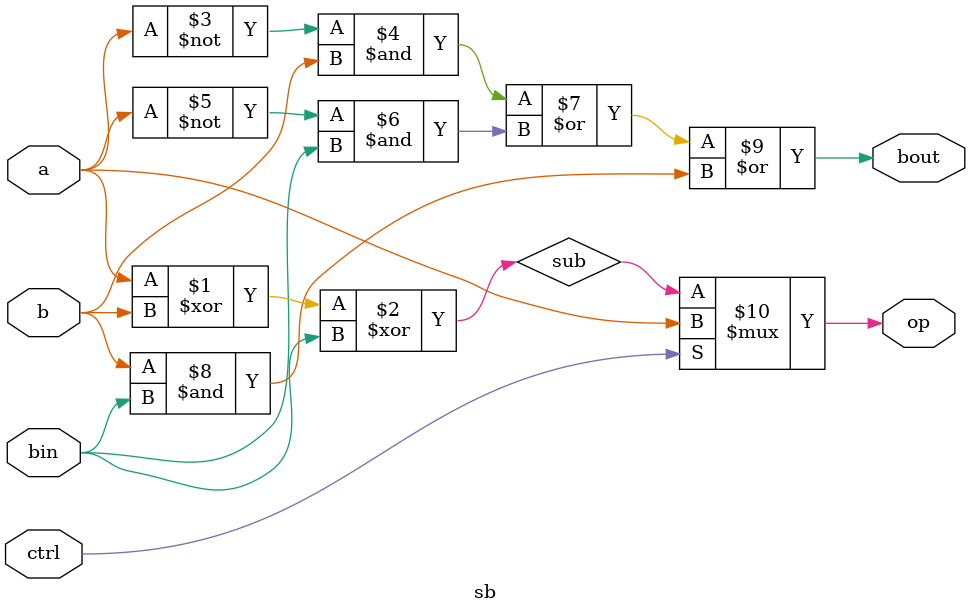
<source format=v>
`timescale 1ns / 1ps


module sb (
    input  a,
    input  b,
    input  bin,
    input ctrl,
    output op,
    output bout
);

    wire sub;
    assign sub = a ^ b ^ bin;
    assign bout = (~a & b) | (~a & bin) | (b & bin);
    
    assign op=(ctrl)?a:sub;

endmodule


</source>
